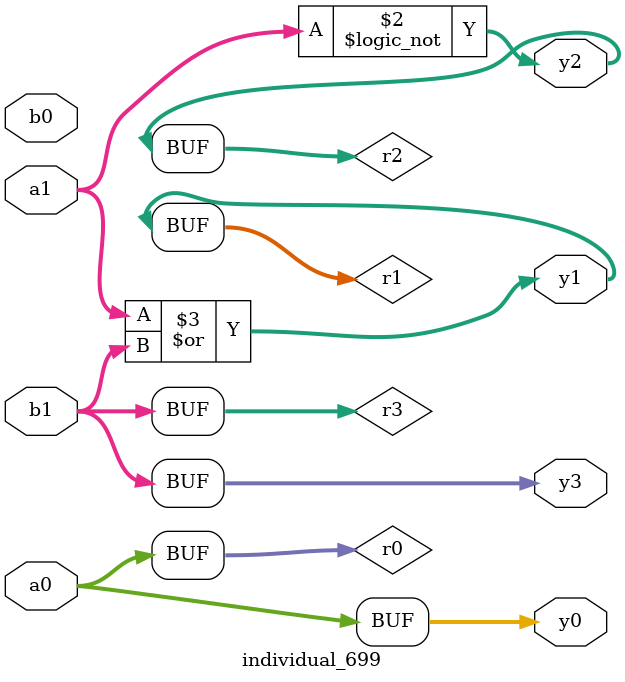
<source format=sv>
module individual_699(input logic [15:0] a1, input logic [15:0] a0, input logic [15:0] b1, input logic [15:0] b0, output logic [15:0] y3, output logic [15:0] y2, output logic [15:0] y1, output logic [15:0] y0);
logic [15:0] r0, r1, r2, r3; 
 always@(*) begin 
	 r0 = a0; r1 = a1; r2 = b0; r3 = b1; 
 	 r2 = ! r1 ;
 	 r1  |=  r3 ;
 	 y3 = r3; y2 = r2; y1 = r1; y0 = r0; 
end
endmodule
</source>
